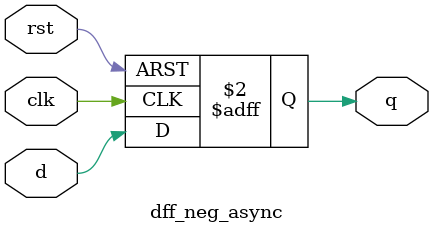
<source format=v>

`timescale 1ns/1ps

module tb_binary_counter();

reg rst,clock;
wire [3:0] out;

binary_counter uut(out,rst,clock);


always #10 clock = ~clock;
	
initial
	begin
	clock = 0; rst=0;
	#20 rst = 1;
	#40 rst = 0;
	#100 rst = 1;
	#40 rst = 0;
	#800 $stop;
	end
		
endmodule


module binary_counter (count, rst, clk);

input clk,rst;
output [3:0] count;

wire [3:0]cnt_b ; // has the negation of the count signals 
wire d2,d3,d4 ; // inputs to fliflops numbered 2,3,4 respectively 
wire w1,w2,w3,w4,w5 ; 

not I1 (cnt_b[0],count[0]);
not I2 (cnt_b[1],count[1]);
not I3 (cnt_b[2],count[2]);
not I4 (cnt_b[3],count[3]);

xor X1 (w5,count[0],count[1]); 
and A6 (d2,w5,cnt_b[3]); 

and A1 (w1,count[0],count[1]);
xor X2 (w2,count[2],w1);
and A2 (d3,cnt_b[3],w2);

and A3 (w3,count[3],cnt_b[2],cnt_b[1],cnt_b[0]);
and A4 (w4,cnt_b[3],count[2],count[1],count[0]);
or O1  (d4,w3,w4); 

dff_neg_async dff1 (count[0], cnt_b[0], clk, rst);
dff_neg_async dff2 (count[1], d2 , clk, rst);
dff_neg_async dff3 (count[2], d3 , clk, rst);
dff_neg_async dff4 (count[3], d4 , clk, rst);

endmodule

module dff_neg_async(q, d, clk, rst);

output reg q;
input d,clk,rst;

always @(negedge clk or posedge rst)
	begin
		if(rst) q <= 1'b0;
		else 	q <= d;
	end
endmodule

	
	
</source>
